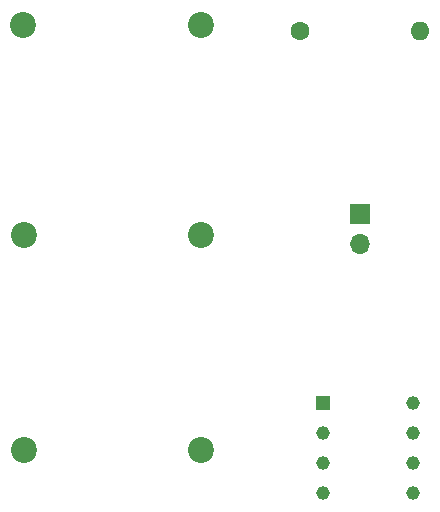
<source format=gbr>
%TF.GenerationSoftware,KiCad,Pcbnew,8.0.8*%
%TF.CreationDate,2025-02-03T11:26:52-05:00*%
%TF.ProjectId,Power_Supply_Board,506f7765-725f-4537-9570-706c795f426f,rev?*%
%TF.SameCoordinates,Original*%
%TF.FileFunction,Soldermask,Bot*%
%TF.FilePolarity,Negative*%
%FSLAX46Y46*%
G04 Gerber Fmt 4.6, Leading zero omitted, Abs format (unit mm)*
G04 Created by KiCad (PCBNEW 8.0.8) date 2025-02-03 11:26:52*
%MOMM*%
%LPD*%
G01*
G04 APERTURE LIST*
%ADD10R,1.700000X1.700000*%
%ADD11O,1.700000X1.700000*%
%ADD12R,1.160000X1.160000*%
%ADD13C,1.160000*%
%ADD14C,1.600000*%
%ADD15O,1.600000X1.600000*%
%ADD16C,2.200000*%
G04 APERTURE END LIST*
D10*
%TO.C,J1*%
X190500000Y-84000000D03*
D11*
X190500000Y-86540000D03*
%TD*%
D12*
%TO.C,IC1*%
X187380000Y-100000000D03*
D13*
X187380000Y-102540000D03*
X187380000Y-105080000D03*
X187380000Y-107620000D03*
X195000000Y-107620000D03*
X195000000Y-105080000D03*
X195000000Y-102540000D03*
X195000000Y-100000000D03*
%TD*%
D14*
%TO.C,R1*%
X185420000Y-68500000D03*
D15*
X195580000Y-68500000D03*
%TD*%
D16*
%TO.C,C3*%
X162025000Y-104000000D03*
X177025000Y-104000000D03*
%TD*%
%TO.C,C1*%
X162000000Y-68000000D03*
X177000000Y-68000000D03*
%TD*%
%TO.C,C2*%
X162025000Y-85810000D03*
X177025000Y-85810000D03*
%TD*%
M02*

</source>
